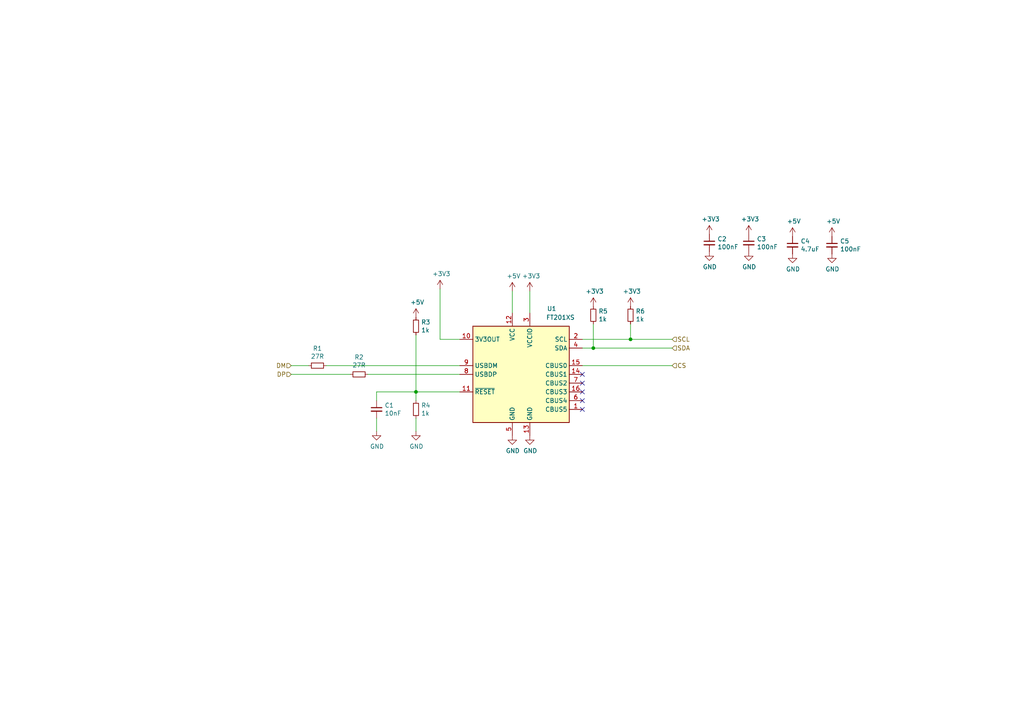
<source format=kicad_sch>
(kicad_sch (version 20211123) (generator eeschema)

  (uuid 32667662-ae86-4904-b198-3e95f11851bf)

  (paper "A4")

  (lib_symbols
    (symbol "Device:C_Small" (pin_numbers hide) (pin_names (offset 0.254) hide) (in_bom yes) (on_board yes)
      (property "Reference" "C" (id 0) (at 0.254 1.778 0)
        (effects (font (size 1.27 1.27)) (justify left))
      )
      (property "Value" "C_Small" (id 1) (at 0.254 -2.032 0)
        (effects (font (size 1.27 1.27)) (justify left))
      )
      (property "Footprint" "" (id 2) (at 0 0 0)
        (effects (font (size 1.27 1.27)) hide)
      )
      (property "Datasheet" "~" (id 3) (at 0 0 0)
        (effects (font (size 1.27 1.27)) hide)
      )
      (property "ki_keywords" "capacitor cap" (id 4) (at 0 0 0)
        (effects (font (size 1.27 1.27)) hide)
      )
      (property "ki_description" "Unpolarized capacitor, small symbol" (id 5) (at 0 0 0)
        (effects (font (size 1.27 1.27)) hide)
      )
      (property "ki_fp_filters" "C_*" (id 6) (at 0 0 0)
        (effects (font (size 1.27 1.27)) hide)
      )
      (symbol "C_Small_0_1"
        (polyline
          (pts
            (xy -1.524 -0.508)
            (xy 1.524 -0.508)
          )
          (stroke (width 0.3302) (type default) (color 0 0 0 0))
          (fill (type none))
        )
        (polyline
          (pts
            (xy -1.524 0.508)
            (xy 1.524 0.508)
          )
          (stroke (width 0.3048) (type default) (color 0 0 0 0))
          (fill (type none))
        )
      )
      (symbol "C_Small_1_1"
        (pin passive line (at 0 2.54 270) (length 2.032)
          (name "~" (effects (font (size 1.27 1.27))))
          (number "1" (effects (font (size 1.27 1.27))))
        )
        (pin passive line (at 0 -2.54 90) (length 2.032)
          (name "~" (effects (font (size 1.27 1.27))))
          (number "2" (effects (font (size 1.27 1.27))))
        )
      )
    )
    (symbol "Device:R_Small" (pin_numbers hide) (pin_names (offset 0.254) hide) (in_bom yes) (on_board yes)
      (property "Reference" "R" (id 0) (at 0.762 0.508 0)
        (effects (font (size 1.27 1.27)) (justify left))
      )
      (property "Value" "R_Small" (id 1) (at 0.762 -1.016 0)
        (effects (font (size 1.27 1.27)) (justify left))
      )
      (property "Footprint" "" (id 2) (at 0 0 0)
        (effects (font (size 1.27 1.27)) hide)
      )
      (property "Datasheet" "~" (id 3) (at 0 0 0)
        (effects (font (size 1.27 1.27)) hide)
      )
      (property "ki_keywords" "R resistor" (id 4) (at 0 0 0)
        (effects (font (size 1.27 1.27)) hide)
      )
      (property "ki_description" "Resistor, small symbol" (id 5) (at 0 0 0)
        (effects (font (size 1.27 1.27)) hide)
      )
      (property "ki_fp_filters" "R_*" (id 6) (at 0 0 0)
        (effects (font (size 1.27 1.27)) hide)
      )
      (symbol "R_Small_0_1"
        (rectangle (start -0.762 1.778) (end 0.762 -1.778)
          (stroke (width 0.2032) (type default) (color 0 0 0 0))
          (fill (type none))
        )
      )
      (symbol "R_Small_1_1"
        (pin passive line (at 0 2.54 270) (length 0.762)
          (name "~" (effects (font (size 1.27 1.27))))
          (number "1" (effects (font (size 1.27 1.27))))
        )
        (pin passive line (at 0 -2.54 90) (length 0.762)
          (name "~" (effects (font (size 1.27 1.27))))
          (number "2" (effects (font (size 1.27 1.27))))
        )
      )
    )
    (symbol "Interface_USB:FT201XS" (in_bom yes) (on_board yes)
      (property "Reference" "U" (id 0) (at -13.97 15.24 0)
        (effects (font (size 1.27 1.27)) (justify left))
      )
      (property "Value" "FT201XS" (id 1) (at 7.62 15.24 0)
        (effects (font (size 1.27 1.27)) (justify left))
      )
      (property "Footprint" "Package_SO:SSOP-16_3.9x4.9mm_P0.635mm" (id 2) (at 25.4 -15.24 0)
        (effects (font (size 1.27 1.27)) hide)
      )
      (property "Datasheet" "https://www.ftdichip.com/Support/Documents/DataSheets/ICs/DS_FT201X.pdf" (id 3) (at 0 0 0)
        (effects (font (size 1.27 1.27)) hide)
      )
      (property "ki_keywords" "FTDI USB I2C Interface Converter" (id 4) (at 0 0 0)
        (effects (font (size 1.27 1.27)) hide)
      )
      (property "ki_description" "Full Speed USB to I2C Bridge, SSOP-16" (id 5) (at 0 0 0)
        (effects (font (size 1.27 1.27)) hide)
      )
      (property "ki_fp_filters" "SSOP*3.9x4.9mm*P0.635mm*" (id 6) (at 0 0 0)
        (effects (font (size 1.27 1.27)) hide)
      )
      (symbol "FT201XS_0_1"
        (rectangle (start -13.97 13.97) (end 13.97 -13.97)
          (stroke (width 0.254) (type default) (color 0 0 0 0))
          (fill (type background))
        )
      )
      (symbol "FT201XS_1_1"
        (pin bidirectional line (at 17.78 -10.16 180) (length 3.81)
          (name "CBUS5" (effects (font (size 1.27 1.27))))
          (number "1" (effects (font (size 1.27 1.27))))
        )
        (pin power_out line (at -17.78 10.16 0) (length 3.81)
          (name "3V3OUT" (effects (font (size 1.27 1.27))))
          (number "10" (effects (font (size 1.27 1.27))))
        )
        (pin input line (at -17.78 -5.08 0) (length 3.81)
          (name "~{RESET}" (effects (font (size 1.27 1.27))))
          (number "11" (effects (font (size 1.27 1.27))))
        )
        (pin power_in line (at -2.54 17.78 270) (length 3.81)
          (name "VCC" (effects (font (size 1.27 1.27))))
          (number "12" (effects (font (size 1.27 1.27))))
        )
        (pin power_in line (at 2.54 -17.78 90) (length 3.81)
          (name "GND" (effects (font (size 1.27 1.27))))
          (number "13" (effects (font (size 1.27 1.27))))
        )
        (pin bidirectional line (at 17.78 0 180) (length 3.81)
          (name "CBUS1" (effects (font (size 1.27 1.27))))
          (number "14" (effects (font (size 1.27 1.27))))
        )
        (pin bidirectional line (at 17.78 2.54 180) (length 3.81)
          (name "CBUS0" (effects (font (size 1.27 1.27))))
          (number "15" (effects (font (size 1.27 1.27))))
        )
        (pin bidirectional line (at 17.78 -5.08 180) (length 3.81)
          (name "CBUS3" (effects (font (size 1.27 1.27))))
          (number "16" (effects (font (size 1.27 1.27))))
        )
        (pin input line (at 17.78 10.16 180) (length 3.81)
          (name "SCL" (effects (font (size 1.27 1.27))))
          (number "2" (effects (font (size 1.27 1.27))))
        )
        (pin power_out line (at 2.54 17.78 270) (length 3.81)
          (name "VCCIO" (effects (font (size 1.27 1.27))))
          (number "3" (effects (font (size 1.27 1.27))))
        )
        (pin bidirectional line (at 17.78 7.62 180) (length 3.81)
          (name "SDA" (effects (font (size 1.27 1.27))))
          (number "4" (effects (font (size 1.27 1.27))))
        )
        (pin power_in line (at -2.54 -17.78 90) (length 3.81)
          (name "GND" (effects (font (size 1.27 1.27))))
          (number "5" (effects (font (size 1.27 1.27))))
        )
        (pin bidirectional line (at 17.78 -7.62 180) (length 3.81)
          (name "CBUS4" (effects (font (size 1.27 1.27))))
          (number "6" (effects (font (size 1.27 1.27))))
        )
        (pin bidirectional line (at 17.78 -2.54 180) (length 3.81)
          (name "CBUS2" (effects (font (size 1.27 1.27))))
          (number "7" (effects (font (size 1.27 1.27))))
        )
        (pin bidirectional line (at -17.78 0 0) (length 3.81)
          (name "USBDP" (effects (font (size 1.27 1.27))))
          (number "8" (effects (font (size 1.27 1.27))))
        )
        (pin bidirectional line (at -17.78 2.54 0) (length 3.81)
          (name "USBDM" (effects (font (size 1.27 1.27))))
          (number "9" (effects (font (size 1.27 1.27))))
        )
      )
    )
    (symbol "power:+3.3V" (power) (pin_names (offset 0)) (in_bom yes) (on_board yes)
      (property "Reference" "#PWR" (id 0) (at 0 -3.81 0)
        (effects (font (size 1.27 1.27)) hide)
      )
      (property "Value" "+3.3V" (id 1) (at 0 3.556 0)
        (effects (font (size 1.27 1.27)))
      )
      (property "Footprint" "" (id 2) (at 0 0 0)
        (effects (font (size 1.27 1.27)) hide)
      )
      (property "Datasheet" "" (id 3) (at 0 0 0)
        (effects (font (size 1.27 1.27)) hide)
      )
      (property "ki_keywords" "power-flag" (id 4) (at 0 0 0)
        (effects (font (size 1.27 1.27)) hide)
      )
      (property "ki_description" "Power symbol creates a global label with name \"+3.3V\"" (id 5) (at 0 0 0)
        (effects (font (size 1.27 1.27)) hide)
      )
      (symbol "+3.3V_0_1"
        (polyline
          (pts
            (xy -0.762 1.27)
            (xy 0 2.54)
          )
          (stroke (width 0) (type default) (color 0 0 0 0))
          (fill (type none))
        )
        (polyline
          (pts
            (xy 0 0)
            (xy 0 2.54)
          )
          (stroke (width 0) (type default) (color 0 0 0 0))
          (fill (type none))
        )
        (polyline
          (pts
            (xy 0 2.54)
            (xy 0.762 1.27)
          )
          (stroke (width 0) (type default) (color 0 0 0 0))
          (fill (type none))
        )
      )
      (symbol "+3.3V_1_1"
        (pin power_in line (at 0 0 90) (length 0) hide
          (name "+3V3" (effects (font (size 1.27 1.27))))
          (number "1" (effects (font (size 1.27 1.27))))
        )
      )
    )
    (symbol "power:+5V" (power) (pin_names (offset 0)) (in_bom yes) (on_board yes)
      (property "Reference" "#PWR" (id 0) (at 0 -3.81 0)
        (effects (font (size 1.27 1.27)) hide)
      )
      (property "Value" "+5V" (id 1) (at 0 3.556 0)
        (effects (font (size 1.27 1.27)))
      )
      (property "Footprint" "" (id 2) (at 0 0 0)
        (effects (font (size 1.27 1.27)) hide)
      )
      (property "Datasheet" "" (id 3) (at 0 0 0)
        (effects (font (size 1.27 1.27)) hide)
      )
      (property "ki_keywords" "power-flag" (id 4) (at 0 0 0)
        (effects (font (size 1.27 1.27)) hide)
      )
      (property "ki_description" "Power symbol creates a global label with name \"+5V\"" (id 5) (at 0 0 0)
        (effects (font (size 1.27 1.27)) hide)
      )
      (symbol "+5V_0_1"
        (polyline
          (pts
            (xy -0.762 1.27)
            (xy 0 2.54)
          )
          (stroke (width 0) (type default) (color 0 0 0 0))
          (fill (type none))
        )
        (polyline
          (pts
            (xy 0 0)
            (xy 0 2.54)
          )
          (stroke (width 0) (type default) (color 0 0 0 0))
          (fill (type none))
        )
        (polyline
          (pts
            (xy 0 2.54)
            (xy 0.762 1.27)
          )
          (stroke (width 0) (type default) (color 0 0 0 0))
          (fill (type none))
        )
      )
      (symbol "+5V_1_1"
        (pin power_in line (at 0 0 90) (length 0) hide
          (name "+5V" (effects (font (size 1.27 1.27))))
          (number "1" (effects (font (size 1.27 1.27))))
        )
      )
    )
    (symbol "power:GND" (power) (pin_names (offset 0)) (in_bom yes) (on_board yes)
      (property "Reference" "#PWR" (id 0) (at 0 -6.35 0)
        (effects (font (size 1.27 1.27)) hide)
      )
      (property "Value" "GND" (id 1) (at 0 -3.81 0)
        (effects (font (size 1.27 1.27)))
      )
      (property "Footprint" "" (id 2) (at 0 0 0)
        (effects (font (size 1.27 1.27)) hide)
      )
      (property "Datasheet" "" (id 3) (at 0 0 0)
        (effects (font (size 1.27 1.27)) hide)
      )
      (property "ki_keywords" "power-flag" (id 4) (at 0 0 0)
        (effects (font (size 1.27 1.27)) hide)
      )
      (property "ki_description" "Power symbol creates a global label with name \"GND\" , ground" (id 5) (at 0 0 0)
        (effects (font (size 1.27 1.27)) hide)
      )
      (symbol "GND_0_1"
        (polyline
          (pts
            (xy 0 0)
            (xy 0 -1.27)
            (xy 1.27 -1.27)
            (xy 0 -2.54)
            (xy -1.27 -1.27)
            (xy 0 -1.27)
          )
          (stroke (width 0) (type default) (color 0 0 0 0))
          (fill (type none))
        )
      )
      (symbol "GND_1_1"
        (pin power_in line (at 0 0 270) (length 0) hide
          (name "GND" (effects (font (size 1.27 1.27))))
          (number "1" (effects (font (size 1.27 1.27))))
        )
      )
    )
  )

  (junction (at 172.085 100.965) (diameter 0) (color 0 0 0 0)
    (uuid 1e1b062d-fad0-427c-a622-c5b8a80b5268)
  )
  (junction (at 182.88 98.425) (diameter 0) (color 0 0 0 0)
    (uuid 87371631-aa02-498a-998a-09bdb74784c1)
  )
  (junction (at 120.65 113.665) (diameter 0) (color 0 0 0 0)
    (uuid fe8d9267-7834-48d6-a191-c8724b2ee78d)
  )

  (no_connect (at 168.91 108.585) (uuid 4fb21471-41be-4be8-9687-66030f97befc))
  (no_connect (at 168.91 116.205) (uuid 70e15522-1572-4451-9c0d-6d36ac70d8c6))
  (no_connect (at 168.91 111.125) (uuid 7599133e-c681-4202-85d9-c20dac196c64))
  (no_connect (at 168.91 118.745) (uuid d3d7e298-1d39-4294-a3ab-c84cc0dc5e5a))
  (no_connect (at 168.91 113.665) (uuid dde51ae5-b215-445e-92bb-4a12ec410531))

  (wire (pts (xy 120.65 113.665) (xy 120.65 97.155))
    (stroke (width 0) (type default) (color 0 0 0 0))
    (uuid 0b21a65d-d20b-411e-920a-75c343ac5136)
  )
  (wire (pts (xy 133.35 113.665) (xy 120.65 113.665))
    (stroke (width 0) (type default) (color 0 0 0 0))
    (uuid 0f22151c-f260-4674-b486-4710a2c42a55)
  )
  (wire (pts (xy 153.67 90.805) (xy 153.67 84.455))
    (stroke (width 0) (type default) (color 0 0 0 0))
    (uuid 127679a9-3981-4934-815e-896a4e3ff56e)
  )
  (wire (pts (xy 120.65 116.205) (xy 120.65 113.665))
    (stroke (width 0) (type default) (color 0 0 0 0))
    (uuid 1831fb37-1c5d-42c4-b898-151be6fca9dc)
  )
  (wire (pts (xy 109.22 125.095) (xy 109.22 121.285))
    (stroke (width 0) (type default) (color 0 0 0 0))
    (uuid 1a1ab354-5f85-45f9-938c-9f6c4c8c3ea2)
  )
  (wire (pts (xy 182.88 98.425) (xy 194.945 98.425))
    (stroke (width 0) (type default) (color 0 0 0 0))
    (uuid 2e642b3e-a476-4c54-9a52-dcea955640cd)
  )
  (wire (pts (xy 182.88 93.98) (xy 182.88 98.425))
    (stroke (width 0) (type default) (color 0 0 0 0))
    (uuid 30f15357-ce1d-48b9-93dc-7d9b1b2aa048)
  )
  (wire (pts (xy 168.91 98.425) (xy 182.88 98.425))
    (stroke (width 0) (type default) (color 0 0 0 0))
    (uuid 3f5fe6b7-98fc-4d3e-9567-f9f7202d1455)
  )
  (wire (pts (xy 148.59 84.455) (xy 148.59 90.805))
    (stroke (width 0) (type default) (color 0 0 0 0))
    (uuid 40976bf0-19de-460f-ad64-224d4f51e16b)
  )
  (wire (pts (xy 109.22 116.205) (xy 109.22 113.665))
    (stroke (width 0) (type default) (color 0 0 0 0))
    (uuid 42713045-fffd-4b2d-ae1e-7232d705fb12)
  )
  (wire (pts (xy 194.945 106.045) (xy 168.91 106.045))
    (stroke (width 0) (type default) (color 0 0 0 0))
    (uuid 4a21e717-d46d-4d9e-8b98-af4ecb02d3ec)
  )
  (wire (pts (xy 84.455 108.585) (xy 101.6 108.585))
    (stroke (width 0) (type default) (color 0 0 0 0))
    (uuid 6d26d68f-1ca7-4ff3-b058-272f1c399047)
  )
  (wire (pts (xy 127.635 98.425) (xy 133.35 98.425))
    (stroke (width 0) (type default) (color 0 0 0 0))
    (uuid 716e31c5-485f-40b5-88e3-a75900da9811)
  )
  (wire (pts (xy 89.535 106.045) (xy 84.455 106.045))
    (stroke (width 0) (type default) (color 0 0 0 0))
    (uuid 911bdcbe-493f-4e21-a506-7cbc636e2c17)
  )
  (wire (pts (xy 120.65 125.095) (xy 120.65 121.285))
    (stroke (width 0) (type default) (color 0 0 0 0))
    (uuid 94a873dc-af67-4ef9-8159-1f7c93eeb3d7)
  )
  (wire (pts (xy 133.35 106.045) (xy 94.615 106.045))
    (stroke (width 0) (type default) (color 0 0 0 0))
    (uuid 9f8381e9-3077-4453-a480-a01ad9c1a940)
  )
  (wire (pts (xy 127.635 83.82) (xy 127.635 98.425))
    (stroke (width 0) (type default) (color 0 0 0 0))
    (uuid b1086f75-01ba-4188-8d36-75a9e2828ca9)
  )
  (wire (pts (xy 106.68 108.585) (xy 133.35 108.585))
    (stroke (width 0) (type default) (color 0 0 0 0))
    (uuid b96fe6ac-3535-4455-ab88-ed77f5e46d6e)
  )
  (wire (pts (xy 194.945 100.965) (xy 172.085 100.965))
    (stroke (width 0) (type default) (color 0 0 0 0))
    (uuid bb7f0588-d4d8-44bf-9ebf-3c533fe4d6ae)
  )
  (wire (pts (xy 109.22 113.665) (xy 120.65 113.665))
    (stroke (width 0) (type default) (color 0 0 0 0))
    (uuid c0515cd2-cdaa-467e-8354-0f6eadfa35c9)
  )
  (wire (pts (xy 172.085 93.98) (xy 172.085 100.965))
    (stroke (width 0) (type default) (color 0 0 0 0))
    (uuid cbdcaa78-3bbc-413f-91bf-2709119373ce)
  )
  (wire (pts (xy 172.085 100.965) (xy 168.91 100.965))
    (stroke (width 0) (type default) (color 0 0 0 0))
    (uuid d8603679-3e7b-4337-8dbc-1827f5f54d8a)
  )

  (hierarchical_label "DP" (shape input) (at 84.455 108.585 180)
    (effects (font (size 1.27 1.27)) (justify right))
    (uuid 03caada9-9e22-4e2d-9035-b15433dfbb17)
  )
  (hierarchical_label "CS" (shape input) (at 194.945 106.045 0)
    (effects (font (size 1.27 1.27)) (justify left))
    (uuid 0755aee5-bc01-4cb5-b830-583289df50a3)
  )
  (hierarchical_label "SDA" (shape input) (at 194.945 100.965 0)
    (effects (font (size 1.27 1.27)) (justify left))
    (uuid 5cbb5968-dbb5-4b84-864a-ead1cacf75b9)
  )
  (hierarchical_label "DM" (shape input) (at 84.455 106.045 180)
    (effects (font (size 1.27 1.27)) (justify right))
    (uuid 8ca3e20d-bcc7-4c5e-9deb-562dfed9fecb)
  )
  (hierarchical_label "SCL" (shape input) (at 194.945 98.425 0)
    (effects (font (size 1.27 1.27)) (justify left))
    (uuid afb8e687-4a13-41a1-b8c0-89a749e897fe)
  )

  (symbol (lib_id "power:GND") (at 148.59 126.365 0) (unit 1)
    (in_bom yes) (on_board yes)
    (uuid 00000000-0000-0000-0000-0000603a98a1)
    (property "Reference" "#PWR0102" (id 0) (at 148.59 132.715 0)
      (effects (font (size 1.27 1.27)) hide)
    )
    (property "Value" "GND" (id 1) (at 148.717 130.7592 0))
    (property "Footprint" "" (id 2) (at 148.59 126.365 0)
      (effects (font (size 1.27 1.27)) hide)
    )
    (property "Datasheet" "" (id 3) (at 148.59 126.365 0)
      (effects (font (size 1.27 1.27)) hide)
    )
    (pin "1" (uuid 248f6466-cf53-4b88-98c8-ed43e230e41f))
  )

  (symbol (lib_id "power:GND") (at 153.67 126.365 0) (unit 1)
    (in_bom yes) (on_board yes)
    (uuid 00000000-0000-0000-0000-0000603aa012)
    (property "Reference" "#PWR0103" (id 0) (at 153.67 132.715 0)
      (effects (font (size 1.27 1.27)) hide)
    )
    (property "Value" "GND" (id 1) (at 153.797 130.7592 0))
    (property "Footprint" "" (id 2) (at 153.67 126.365 0)
      (effects (font (size 1.27 1.27)) hide)
    )
    (property "Datasheet" "" (id 3) (at 153.67 126.365 0)
      (effects (font (size 1.27 1.27)) hide)
    )
    (pin "1" (uuid aee1c39a-7401-4244-805c-69c969ddd461))
  )

  (symbol (lib_id "Device:R_Small") (at 172.085 91.44 0) (unit 1)
    (in_bom yes) (on_board yes)
    (uuid 00000000-0000-0000-0000-0000603aa95a)
    (property "Reference" "R5" (id 0) (at 173.5836 90.2716 0)
      (effects (font (size 1.27 1.27)) (justify left))
    )
    (property "Value" "1k" (id 1) (at 173.5836 92.583 0)
      (effects (font (size 1.27 1.27)) (justify left))
    )
    (property "Footprint" "Resistor_SMD:R_0603_1608Metric" (id 2) (at 172.085 91.44 0)
      (effects (font (size 1.27 1.27)) hide)
    )
    (property "Datasheet" "~" (id 3) (at 172.085 91.44 0)
      (effects (font (size 1.27 1.27)) hide)
    )
    (pin "1" (uuid 6afcf39f-db4f-4bea-8975-fb54e32dd52f))
    (pin "2" (uuid c0b064e6-cf2a-41f8-984a-22ca0e40e6f5))
  )

  (symbol (lib_id "Device:R_Small") (at 182.88 91.44 0) (unit 1)
    (in_bom yes) (on_board yes)
    (uuid 00000000-0000-0000-0000-0000603aafa9)
    (property "Reference" "R6" (id 0) (at 184.3786 90.2716 0)
      (effects (font (size 1.27 1.27)) (justify left))
    )
    (property "Value" "1k" (id 1) (at 184.3786 92.583 0)
      (effects (font (size 1.27 1.27)) (justify left))
    )
    (property "Footprint" "Resistor_SMD:R_0603_1608Metric" (id 2) (at 182.88 91.44 0)
      (effects (font (size 1.27 1.27)) hide)
    )
    (property "Datasheet" "~" (id 3) (at 182.88 91.44 0)
      (effects (font (size 1.27 1.27)) hide)
    )
    (pin "1" (uuid 769f7a46-cfeb-4436-9562-bd91b8bb4f86))
    (pin "2" (uuid 6bb2e188-fcfa-466e-af33-ec436d238245))
  )

  (symbol (lib_id "power:+3.3V") (at 172.085 88.9 0) (unit 1)
    (in_bom yes) (on_board yes)
    (uuid 00000000-0000-0000-0000-0000603ab4fd)
    (property "Reference" "#PWR0104" (id 0) (at 172.085 92.71 0)
      (effects (font (size 1.27 1.27)) hide)
    )
    (property "Value" "+3.3V" (id 1) (at 172.466 84.5058 0))
    (property "Footprint" "" (id 2) (at 172.085 88.9 0)
      (effects (font (size 1.27 1.27)) hide)
    )
    (property "Datasheet" "" (id 3) (at 172.085 88.9 0)
      (effects (font (size 1.27 1.27)) hide)
    )
    (pin "1" (uuid 520b96fb-61ef-4ae7-ba95-0bade8f6e6dd))
  )

  (symbol (lib_id "power:+3.3V") (at 182.88 88.9 0) (unit 1)
    (in_bom yes) (on_board yes)
    (uuid 00000000-0000-0000-0000-0000603abee0)
    (property "Reference" "#PWR0105" (id 0) (at 182.88 92.71 0)
      (effects (font (size 1.27 1.27)) hide)
    )
    (property "Value" "+3.3V" (id 1) (at 183.261 84.5058 0))
    (property "Footprint" "" (id 2) (at 182.88 88.9 0)
      (effects (font (size 1.27 1.27)) hide)
    )
    (property "Datasheet" "" (id 3) (at 182.88 88.9 0)
      (effects (font (size 1.27 1.27)) hide)
    )
    (pin "1" (uuid 5dad2f49-52bf-4323-96cd-ba936cc8db69))
  )

  (symbol (lib_id "power:+3.3V") (at 153.67 84.455 0) (unit 1)
    (in_bom yes) (on_board yes)
    (uuid 00000000-0000-0000-0000-0000603ac557)
    (property "Reference" "#PWR0106" (id 0) (at 153.67 88.265 0)
      (effects (font (size 1.27 1.27)) hide)
    )
    (property "Value" "+3.3V" (id 1) (at 154.051 80.0608 0))
    (property "Footprint" "" (id 2) (at 153.67 84.455 0)
      (effects (font (size 1.27 1.27)) hide)
    )
    (property "Datasheet" "" (id 3) (at 153.67 84.455 0)
      (effects (font (size 1.27 1.27)) hide)
    )
    (pin "1" (uuid d505ba7e-ac8c-43a9-96ab-75c05d042f88))
  )

  (symbol (lib_id "power:+3.3V") (at 127.635 83.82 0) (unit 1)
    (in_bom yes) (on_board yes)
    (uuid 00000000-0000-0000-0000-0000603ad065)
    (property "Reference" "#PWR0107" (id 0) (at 127.635 87.63 0)
      (effects (font (size 1.27 1.27)) hide)
    )
    (property "Value" "+3.3V" (id 1) (at 128.016 79.4258 0))
    (property "Footprint" "" (id 2) (at 127.635 83.82 0)
      (effects (font (size 1.27 1.27)) hide)
    )
    (property "Datasheet" "" (id 3) (at 127.635 83.82 0)
      (effects (font (size 1.27 1.27)) hide)
    )
    (pin "1" (uuid 26fa0e55-ded5-4fdc-9c3a-463e0e15d145))
  )

  (symbol (lib_id "Interface_USB:FT201XS") (at 151.13 108.585 0) (unit 1)
    (in_bom yes) (on_board yes)
    (uuid 00000000-0000-0000-0000-0000603ae2af)
    (property "Reference" "U1" (id 0) (at 160.02 89.535 0))
    (property "Value" "FT201XS" (id 1) (at 162.56 92.075 0))
    (property "Footprint" "Package_SO:SSOP-16_3.9x4.9mm_P0.635mm" (id 2) (at 176.53 123.825 0)
      (effects (font (size 1.27 1.27)) hide)
    )
    (property "Datasheet" "https://www.ftdichip.com/Support/Documents/DataSheets/ICs/DS_FT201X.pdf" (id 3) (at 151.13 108.585 0)
      (effects (font (size 1.27 1.27)) hide)
    )
    (pin "1" (uuid 1ccc5f53-065b-44e2-aaf9-75fe664f1207))
    (pin "10" (uuid eda8dd6b-776b-4c37-9caa-384399f3bf1f))
    (pin "11" (uuid a2c88edb-de77-4fcd-9cc0-119965935e0e))
    (pin "12" (uuid 2fe78e00-e5a1-4316-afef-41db388c5a0e))
    (pin "13" (uuid e78e4c02-edf4-4274-aaca-5bceeb078844))
    (pin "14" (uuid a9954503-95f3-4450-9100-fb8bf25630ac))
    (pin "15" (uuid d682aa65-e29a-46ce-8d4f-dd4934c5442a))
    (pin "16" (uuid 9bb71c85-174b-4e68-b9a7-85735fbf335e))
    (pin "2" (uuid ef6d89e8-baea-4aba-9b87-0c0cc61deae7))
    (pin "3" (uuid 5bd3f15a-7f87-4a76-aa9b-753562cb7685))
    (pin "4" (uuid d9551730-80bd-48ee-bf3f-a3342890e676))
    (pin "5" (uuid d2e4721d-0955-4b34-ac5d-27599b04c077))
    (pin "6" (uuid 0db76d9f-bfa1-4ba2-a00c-8635e5b902ca))
    (pin "7" (uuid cf64d670-6662-45b3-ae8c-a24f393e28a8))
    (pin "8" (uuid 28b810e6-86c9-4816-91ac-c7dd9aeeded4))
    (pin "9" (uuid 4b896d13-4f14-497d-8365-9269eb3a035e))
  )

  (symbol (lib_id "Device:R_Small") (at 120.65 94.615 0) (unit 1)
    (in_bom yes) (on_board yes)
    (uuid 00000000-0000-0000-0000-0000603ae4fc)
    (property "Reference" "R3" (id 0) (at 122.1486 93.4466 0)
      (effects (font (size 1.27 1.27)) (justify left))
    )
    (property "Value" "1k" (id 1) (at 122.1486 95.758 0)
      (effects (font (size 1.27 1.27)) (justify left))
    )
    (property "Footprint" "Resistor_SMD:R_0603_1608Metric" (id 2) (at 120.65 94.615 0)
      (effects (font (size 1.27 1.27)) hide)
    )
    (property "Datasheet" "~" (id 3) (at 120.65 94.615 0)
      (effects (font (size 1.27 1.27)) hide)
    )
    (pin "1" (uuid 2c3c7953-603d-4b95-b24a-60ee04407d91))
    (pin "2" (uuid 58ad9e6b-87fb-406b-9e91-c79663704b5d))
  )

  (symbol (lib_id "Device:R_Small") (at 120.65 118.745 0) (unit 1)
    (in_bom yes) (on_board yes)
    (uuid 00000000-0000-0000-0000-0000603ae913)
    (property "Reference" "R4" (id 0) (at 122.1486 117.5766 0)
      (effects (font (size 1.27 1.27)) (justify left))
    )
    (property "Value" "1k" (id 1) (at 122.1486 119.888 0)
      (effects (font (size 1.27 1.27)) (justify left))
    )
    (property "Footprint" "Resistor_SMD:R_0603_1608Metric" (id 2) (at 120.65 118.745 0)
      (effects (font (size 1.27 1.27)) hide)
    )
    (property "Datasheet" "~" (id 3) (at 120.65 118.745 0)
      (effects (font (size 1.27 1.27)) hide)
    )
    (pin "1" (uuid 66bc6277-2edc-41bc-8067-43e8d3ce64b9))
    (pin "2" (uuid c31541b0-05b3-4f9a-a5ca-240448e17a33))
  )

  (symbol (lib_id "power:GND") (at 120.65 125.095 0) (unit 1)
    (in_bom yes) (on_board yes)
    (uuid 00000000-0000-0000-0000-0000603af823)
    (property "Reference" "#PWR0108" (id 0) (at 120.65 131.445 0)
      (effects (font (size 1.27 1.27)) hide)
    )
    (property "Value" "GND" (id 1) (at 120.777 129.4892 0))
    (property "Footprint" "" (id 2) (at 120.65 125.095 0)
      (effects (font (size 1.27 1.27)) hide)
    )
    (property "Datasheet" "" (id 3) (at 120.65 125.095 0)
      (effects (font (size 1.27 1.27)) hide)
    )
    (pin "1" (uuid 2614eab2-50de-46b0-9eda-9ba6f3213d6f))
  )

  (symbol (lib_id "Device:C_Small") (at 109.22 118.745 0) (unit 1)
    (in_bom yes) (on_board yes)
    (uuid 00000000-0000-0000-0000-0000603afe96)
    (property "Reference" "C1" (id 0) (at 111.5568 117.5766 0)
      (effects (font (size 1.27 1.27)) (justify left))
    )
    (property "Value" "10nF" (id 1) (at 111.5568 119.888 0)
      (effects (font (size 1.27 1.27)) (justify left))
    )
    (property "Footprint" "Capacitor_SMD:C_0603_1608Metric" (id 2) (at 109.22 118.745 0)
      (effects (font (size 1.27 1.27)) hide)
    )
    (property "Datasheet" "~" (id 3) (at 109.22 118.745 0)
      (effects (font (size 1.27 1.27)) hide)
    )
    (pin "1" (uuid d3079292-60d9-4a27-b0d3-92875084e9f6))
    (pin "2" (uuid ae48c831-8775-4671-a20d-037464c16f4d))
  )

  (symbol (lib_id "power:GND") (at 109.22 125.095 0) (unit 1)
    (in_bom yes) (on_board yes)
    (uuid 00000000-0000-0000-0000-0000603b031f)
    (property "Reference" "#PWR0109" (id 0) (at 109.22 131.445 0)
      (effects (font (size 1.27 1.27)) hide)
    )
    (property "Value" "GND" (id 1) (at 109.347 129.4892 0))
    (property "Footprint" "" (id 2) (at 109.22 125.095 0)
      (effects (font (size 1.27 1.27)) hide)
    )
    (property "Datasheet" "" (id 3) (at 109.22 125.095 0)
      (effects (font (size 1.27 1.27)) hide)
    )
    (pin "1" (uuid 65ca96f5-0030-4115-9542-307a17c83362))
  )

  (symbol (lib_id "Device:C_Small") (at 205.74 70.485 0) (unit 1)
    (in_bom yes) (on_board yes)
    (uuid 00000000-0000-0000-0000-0000603b0cc4)
    (property "Reference" "C2" (id 0) (at 208.0768 69.3166 0)
      (effects (font (size 1.27 1.27)) (justify left))
    )
    (property "Value" "100nF" (id 1) (at 208.0768 71.628 0)
      (effects (font (size 1.27 1.27)) (justify left))
    )
    (property "Footprint" "Capacitor_SMD:C_0603_1608Metric" (id 2) (at 205.74 70.485 0)
      (effects (font (size 1.27 1.27)) hide)
    )
    (property "Datasheet" "~" (id 3) (at 205.74 70.485 0)
      (effects (font (size 1.27 1.27)) hide)
    )
    (pin "1" (uuid 7e6bda94-f514-4d1a-bfa0-706ffa7f3689))
    (pin "2" (uuid 682d5db4-e756-4510-9849-aca6de3105dd))
  )

  (symbol (lib_id "power:GND") (at 205.74 73.025 0) (unit 1)
    (in_bom yes) (on_board yes)
    (uuid 00000000-0000-0000-0000-0000603b148c)
    (property "Reference" "#PWR0110" (id 0) (at 205.74 79.375 0)
      (effects (font (size 1.27 1.27)) hide)
    )
    (property "Value" "GND" (id 1) (at 205.867 77.4192 0))
    (property "Footprint" "" (id 2) (at 205.74 73.025 0)
      (effects (font (size 1.27 1.27)) hide)
    )
    (property "Datasheet" "" (id 3) (at 205.74 73.025 0)
      (effects (font (size 1.27 1.27)) hide)
    )
    (pin "1" (uuid f7de8750-f82b-4a0f-bf9b-94727646f22a))
  )

  (symbol (lib_id "power:+3.3V") (at 205.74 67.945 0) (unit 1)
    (in_bom yes) (on_board yes)
    (uuid 00000000-0000-0000-0000-0000603b1af2)
    (property "Reference" "#PWR0111" (id 0) (at 205.74 71.755 0)
      (effects (font (size 1.27 1.27)) hide)
    )
    (property "Value" "+3.3V" (id 1) (at 206.121 63.5508 0))
    (property "Footprint" "" (id 2) (at 205.74 67.945 0)
      (effects (font (size 1.27 1.27)) hide)
    )
    (property "Datasheet" "" (id 3) (at 205.74 67.945 0)
      (effects (font (size 1.27 1.27)) hide)
    )
    (pin "1" (uuid d9c83c48-9c91-4a6e-a3c1-ff68a7431299))
  )

  (symbol (lib_id "Device:C_Small") (at 217.17 70.485 0) (unit 1)
    (in_bom yes) (on_board yes)
    (uuid 00000000-0000-0000-0000-0000603b2c8f)
    (property "Reference" "C3" (id 0) (at 219.5068 69.3166 0)
      (effects (font (size 1.27 1.27)) (justify left))
    )
    (property "Value" "100nF" (id 1) (at 219.5068 71.628 0)
      (effects (font (size 1.27 1.27)) (justify left))
    )
    (property "Footprint" "Capacitor_SMD:C_0603_1608Metric" (id 2) (at 217.17 70.485 0)
      (effects (font (size 1.27 1.27)) hide)
    )
    (property "Datasheet" "~" (id 3) (at 217.17 70.485 0)
      (effects (font (size 1.27 1.27)) hide)
    )
    (pin "1" (uuid 500e58ba-b335-42ec-89b8-0ead2c9a619b))
    (pin "2" (uuid 3c584e0c-6c23-4fdb-8844-8db227a84ff9))
  )

  (symbol (lib_id "power:GND") (at 217.17 73.025 0) (unit 1)
    (in_bom yes) (on_board yes)
    (uuid 00000000-0000-0000-0000-0000603b2c95)
    (property "Reference" "#PWR0112" (id 0) (at 217.17 79.375 0)
      (effects (font (size 1.27 1.27)) hide)
    )
    (property "Value" "GND" (id 1) (at 217.297 77.4192 0))
    (property "Footprint" "" (id 2) (at 217.17 73.025 0)
      (effects (font (size 1.27 1.27)) hide)
    )
    (property "Datasheet" "" (id 3) (at 217.17 73.025 0)
      (effects (font (size 1.27 1.27)) hide)
    )
    (pin "1" (uuid e2c9adb6-d3eb-4acb-868a-58ffeecc65b0))
  )

  (symbol (lib_id "power:+3.3V") (at 217.17 67.945 0) (unit 1)
    (in_bom yes) (on_board yes)
    (uuid 00000000-0000-0000-0000-0000603b2c9b)
    (property "Reference" "#PWR0113" (id 0) (at 217.17 71.755 0)
      (effects (font (size 1.27 1.27)) hide)
    )
    (property "Value" "+3.3V" (id 1) (at 217.551 63.5508 0))
    (property "Footprint" "" (id 2) (at 217.17 67.945 0)
      (effects (font (size 1.27 1.27)) hide)
    )
    (property "Datasheet" "" (id 3) (at 217.17 67.945 0)
      (effects (font (size 1.27 1.27)) hide)
    )
    (pin "1" (uuid 220ae943-0254-4741-8fa8-609b50152f00))
  )

  (symbol (lib_id "Device:C_Small") (at 229.87 71.12 0) (unit 1)
    (in_bom yes) (on_board yes)
    (uuid 00000000-0000-0000-0000-0000603b35d9)
    (property "Reference" "C4" (id 0) (at 232.2068 69.9516 0)
      (effects (font (size 1.27 1.27)) (justify left))
    )
    (property "Value" "4.7uF" (id 1) (at 232.2068 72.263 0)
      (effects (font (size 1.27 1.27)) (justify left))
    )
    (property "Footprint" "Capacitor_SMD:C_0603_1608Metric" (id 2) (at 229.87 71.12 0)
      (effects (font (size 1.27 1.27)) hide)
    )
    (property "Datasheet" "~" (id 3) (at 229.87 71.12 0)
      (effects (font (size 1.27 1.27)) hide)
    )
    (pin "1" (uuid e74c5e37-c4b2-4ecb-bff4-6f7e1c448d91))
    (pin "2" (uuid 286f67b7-5dcf-4ade-be2d-b86f731f576a))
  )

  (symbol (lib_id "power:GND") (at 229.87 73.66 0) (unit 1)
    (in_bom yes) (on_board yes)
    (uuid 00000000-0000-0000-0000-0000603b35df)
    (property "Reference" "#PWR0114" (id 0) (at 229.87 80.01 0)
      (effects (font (size 1.27 1.27)) hide)
    )
    (property "Value" "GND" (id 1) (at 229.997 78.0542 0))
    (property "Footprint" "" (id 2) (at 229.87 73.66 0)
      (effects (font (size 1.27 1.27)) hide)
    )
    (property "Datasheet" "" (id 3) (at 229.87 73.66 0)
      (effects (font (size 1.27 1.27)) hide)
    )
    (pin "1" (uuid 1fb50d9e-b78a-4619-a9e7-3abccc9d4d02))
  )

  (symbol (lib_id "Device:C_Small") (at 241.3 71.12 0) (unit 1)
    (in_bom yes) (on_board yes)
    (uuid 00000000-0000-0000-0000-0000603b3e54)
    (property "Reference" "C5" (id 0) (at 243.6368 69.9516 0)
      (effects (font (size 1.27 1.27)) (justify left))
    )
    (property "Value" "100nF" (id 1) (at 243.6368 72.263 0)
      (effects (font (size 1.27 1.27)) (justify left))
    )
    (property "Footprint" "Capacitor_SMD:C_0603_1608Metric" (id 2) (at 241.3 71.12 0)
      (effects (font (size 1.27 1.27)) hide)
    )
    (property "Datasheet" "~" (id 3) (at 241.3 71.12 0)
      (effects (font (size 1.27 1.27)) hide)
    )
    (pin "1" (uuid 5b7b2907-5f5e-4bca-862b-f3db166563f9))
    (pin "2" (uuid f13944df-740c-41ed-9f05-32eea7432ee3))
  )

  (symbol (lib_id "power:GND") (at 241.3 73.66 0) (unit 1)
    (in_bom yes) (on_board yes)
    (uuid 00000000-0000-0000-0000-0000603b3e5a)
    (property "Reference" "#PWR0115" (id 0) (at 241.3 80.01 0)
      (effects (font (size 1.27 1.27)) hide)
    )
    (property "Value" "GND" (id 1) (at 241.427 78.0542 0))
    (property "Footprint" "" (id 2) (at 241.3 73.66 0)
      (effects (font (size 1.27 1.27)) hide)
    )
    (property "Datasheet" "" (id 3) (at 241.3 73.66 0)
      (effects (font (size 1.27 1.27)) hide)
    )
    (pin "1" (uuid 12c2e850-09a2-4284-8a59-11d483714325))
  )

  (symbol (lib_id "power:+5V") (at 229.87 68.58 0) (unit 1)
    (in_bom yes) (on_board yes)
    (uuid 00000000-0000-0000-0000-0000603b4115)
    (property "Reference" "#PWR0116" (id 0) (at 229.87 72.39 0)
      (effects (font (size 1.27 1.27)) hide)
    )
    (property "Value" "+5V" (id 1) (at 230.251 64.1858 0))
    (property "Footprint" "" (id 2) (at 229.87 68.58 0)
      (effects (font (size 1.27 1.27)) hide)
    )
    (property "Datasheet" "" (id 3) (at 229.87 68.58 0)
      (effects (font (size 1.27 1.27)) hide)
    )
    (pin "1" (uuid ceaec669-42ab-4740-975c-9af0f9579f52))
  )

  (symbol (lib_id "power:+5V") (at 241.3 68.58 0) (unit 1)
    (in_bom yes) (on_board yes)
    (uuid 00000000-0000-0000-0000-0000603b5214)
    (property "Reference" "#PWR0117" (id 0) (at 241.3 72.39 0)
      (effects (font (size 1.27 1.27)) hide)
    )
    (property "Value" "+5V" (id 1) (at 241.681 64.1858 0))
    (property "Footprint" "" (id 2) (at 241.3 68.58 0)
      (effects (font (size 1.27 1.27)) hide)
    )
    (property "Datasheet" "" (id 3) (at 241.3 68.58 0)
      (effects (font (size 1.27 1.27)) hide)
    )
    (pin "1" (uuid 98e326ed-e2cf-4ade-b990-18608d81e1b1))
  )

  (symbol (lib_id "power:+5V") (at 148.59 84.455 0) (unit 1)
    (in_bom yes) (on_board yes)
    (uuid 00000000-0000-0000-0000-0000603b575f)
    (property "Reference" "#PWR0118" (id 0) (at 148.59 88.265 0)
      (effects (font (size 1.27 1.27)) hide)
    )
    (property "Value" "+5V" (id 1) (at 148.971 80.0608 0))
    (property "Footprint" "" (id 2) (at 148.59 84.455 0)
      (effects (font (size 1.27 1.27)) hide)
    )
    (property "Datasheet" "" (id 3) (at 148.59 84.455 0)
      (effects (font (size 1.27 1.27)) hide)
    )
    (pin "1" (uuid cb7c1e3e-a32d-43a8-bf93-cbb15668bf6c))
  )

  (symbol (lib_id "power:+5V") (at 120.65 92.075 0) (unit 1)
    (in_bom yes) (on_board yes)
    (uuid 00000000-0000-0000-0000-0000603b62ea)
    (property "Reference" "#PWR0119" (id 0) (at 120.65 95.885 0)
      (effects (font (size 1.27 1.27)) hide)
    )
    (property "Value" "+5V" (id 1) (at 121.031 87.6808 0))
    (property "Footprint" "" (id 2) (at 120.65 92.075 0)
      (effects (font (size 1.27 1.27)) hide)
    )
    (property "Datasheet" "" (id 3) (at 120.65 92.075 0)
      (effects (font (size 1.27 1.27)) hide)
    )
    (pin "1" (uuid 2de4b987-0841-4651-8ab8-607d0e4adada))
  )

  (symbol (lib_id "Device:R_Small") (at 92.075 106.045 90) (unit 1)
    (in_bom yes) (on_board yes)
    (uuid 00000000-0000-0000-0000-0000603b6fc3)
    (property "Reference" "R1" (id 0) (at 92.075 101.0666 90))
    (property "Value" "27R" (id 1) (at 92.075 103.378 90))
    (property "Footprint" "Resistor_SMD:R_0603_1608Metric" (id 2) (at 92.075 106.045 0)
      (effects (font (size 1.27 1.27)) hide)
    )
    (property "Datasheet" "~" (id 3) (at 92.075 106.045 0)
      (effects (font (size 1.27 1.27)) hide)
    )
    (pin "1" (uuid aebbbda9-299a-49ff-9338-8f25d5336c0d))
    (pin "2" (uuid ad785633-1fa5-4259-9e5f-ec4546c55a2a))
  )

  (symbol (lib_id "Device:R_Small") (at 104.14 108.585 90) (unit 1)
    (in_bom yes) (on_board yes)
    (uuid 00000000-0000-0000-0000-0000603b78c1)
    (property "Reference" "R2" (id 0) (at 104.14 103.6066 90))
    (property "Value" "27R" (id 1) (at 104.14 105.918 90))
    (property "Footprint" "Resistor_SMD:R_0603_1608Metric" (id 2) (at 104.14 108.585 0)
      (effects (font (size 1.27 1.27)) hide)
    )
    (property "Datasheet" "~" (id 3) (at 104.14 108.585 0)
      (effects (font (size 1.27 1.27)) hide)
    )
    (pin "1" (uuid 9346ede7-230c-4692-b20f-a0ec78887e90))
    (pin "2" (uuid 4a44d03f-3ed6-4671-a81d-65f7bbf02c9c))
  )
)

</source>
